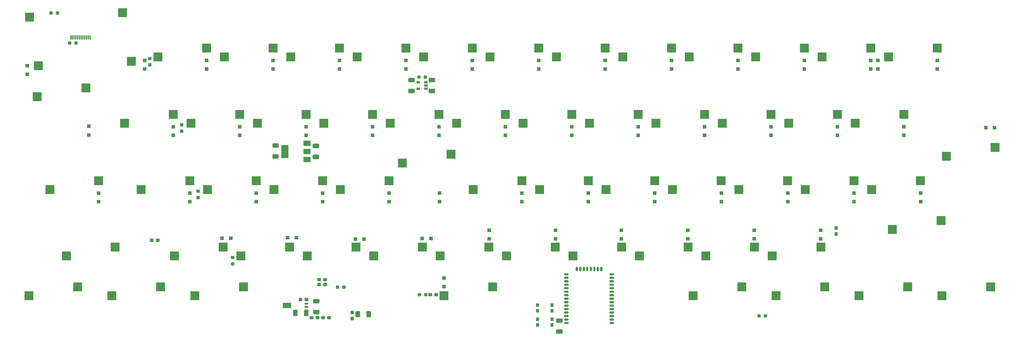
<source format=gbr>
%TF.GenerationSoftware,KiCad,Pcbnew,5.1.10*%
%TF.CreationDate,2021-07-28T13:13:53+02:00*%
%TF.ProjectId,msp430_Keyboard,6d737034-3330-45f4-9b65-79626f617264,rev?*%
%TF.SameCoordinates,Original*%
%TF.FileFunction,Paste,Bot*%
%TF.FilePolarity,Positive*%
%FSLAX46Y46*%
G04 Gerber Fmt 4.6, Leading zero omitted, Abs format (unit mm)*
G04 Created by KiCad (PCBNEW 5.1.10) date 2021-07-28 13:13:53*
%MOMM*%
%LPD*%
G01*
G04 APERTURE LIST*
%ADD10R,1.000000X1.000000*%
%ADD11R,0.300000X1.200000*%
%ADD12R,2.000000X1.500000*%
%ADD13R,2.000000X3.800000*%
%ADD14R,1.060000X0.650000*%
%ADD15R,2.400000X1.500000*%
%ADD16R,1.100000X0.600000*%
%ADD17R,0.900000X1.000000*%
%ADD18R,2.550000X2.500000*%
%ADD19R,2.500000X2.550000*%
G04 APERTURE END LIST*
%TO.C,R12*%
G36*
G01*
X108121000Y-73643500D02*
X108121000Y-73168500D01*
G75*
G02*
X108358500Y-72931000I237500J0D01*
G01*
X108858500Y-72931000D01*
G75*
G02*
X109096000Y-73168500I0J-237500D01*
G01*
X109096000Y-73643500D01*
G75*
G02*
X108858500Y-73881000I-237500J0D01*
G01*
X108358500Y-73881000D01*
G75*
G02*
X108121000Y-73643500I0J237500D01*
G01*
G37*
G36*
G01*
X106296000Y-73643500D02*
X106296000Y-73168500D01*
G75*
G02*
X106533500Y-72931000I237500J0D01*
G01*
X107033500Y-72931000D01*
G75*
G02*
X107271000Y-73168500I0J-237500D01*
G01*
X107271000Y-73643500D01*
G75*
G02*
X107033500Y-73881000I-237500J0D01*
G01*
X106533500Y-73881000D01*
G75*
G02*
X106296000Y-73643500I0J237500D01*
G01*
G37*
%TD*%
%TO.C,R8*%
G36*
G01*
X6941000Y-905500D02*
X6941000Y-1380500D01*
G75*
G02*
X6703500Y-1618000I-237500J0D01*
G01*
X6203500Y-1618000D01*
G75*
G02*
X5966000Y-1380500I0J237500D01*
G01*
X5966000Y-905500D01*
G75*
G02*
X6203500Y-668000I237500J0D01*
G01*
X6703500Y-668000D01*
G75*
G02*
X6941000Y-905500I0J-237500D01*
G01*
G37*
G36*
G01*
X8766000Y-905500D02*
X8766000Y-1380500D01*
G75*
G02*
X8528500Y-1618000I-237500J0D01*
G01*
X8028500Y-1618000D01*
G75*
G02*
X7791000Y-1380500I0J237500D01*
G01*
X7791000Y-905500D01*
G75*
G02*
X8028500Y-668000I237500J0D01*
G01*
X8528500Y-668000D01*
G75*
G02*
X8766000Y-905500I0J-237500D01*
G01*
G37*
%TD*%
%TO.C,R6*%
G36*
G01*
X1607000Y7730500D02*
X1607000Y7255500D01*
G75*
G02*
X1369500Y7018000I-237500J0D01*
G01*
X869500Y7018000D01*
G75*
G02*
X632000Y7255500I0J237500D01*
G01*
X632000Y7730500D01*
G75*
G02*
X869500Y7968000I237500J0D01*
G01*
X1369500Y7968000D01*
G75*
G02*
X1607000Y7730500I0J-237500D01*
G01*
G37*
G36*
G01*
X3432000Y7730500D02*
X3432000Y7255500D01*
G75*
G02*
X3194500Y7018000I-237500J0D01*
G01*
X2694500Y7018000D01*
G75*
G02*
X2457000Y7255500I0J237500D01*
G01*
X2457000Y7730500D01*
G75*
G02*
X2694500Y7968000I237500J0D01*
G01*
X3194500Y7968000D01*
G75*
G02*
X3432000Y7730500I0J-237500D01*
G01*
G37*
%TD*%
%TO.C,R5*%
G36*
G01*
X84626000Y-71484500D02*
X84626000Y-71009500D01*
G75*
G02*
X84863500Y-70772000I237500J0D01*
G01*
X85363500Y-70772000D01*
G75*
G02*
X85601000Y-71009500I0J-237500D01*
G01*
X85601000Y-71484500D01*
G75*
G02*
X85363500Y-71722000I-237500J0D01*
G01*
X84863500Y-71722000D01*
G75*
G02*
X84626000Y-71484500I0J237500D01*
G01*
G37*
G36*
G01*
X82801000Y-71484500D02*
X82801000Y-71009500D01*
G75*
G02*
X83038500Y-70772000I237500J0D01*
G01*
X83538500Y-70772000D01*
G75*
G02*
X83776000Y-71009500I0J-237500D01*
G01*
X83776000Y-71484500D01*
G75*
G02*
X83538500Y-71722000I-237500J0D01*
G01*
X83038500Y-71722000D01*
G75*
G02*
X82801000Y-71484500I0J237500D01*
G01*
G37*
%TD*%
%TO.C,R4*%
G36*
G01*
X53450500Y-63202000D02*
X52975500Y-63202000D01*
G75*
G02*
X52738000Y-62964500I0J237500D01*
G01*
X52738000Y-62464500D01*
G75*
G02*
X52975500Y-62227000I237500J0D01*
G01*
X53450500Y-62227000D01*
G75*
G02*
X53688000Y-62464500I0J-237500D01*
G01*
X53688000Y-62964500D01*
G75*
G02*
X53450500Y-63202000I-237500J0D01*
G01*
G37*
G36*
G01*
X53450500Y-65027000D02*
X52975500Y-65027000D01*
G75*
G02*
X52738000Y-64789500I0J237500D01*
G01*
X52738000Y-64289500D01*
G75*
G02*
X52975500Y-64052000I237500J0D01*
G01*
X53450500Y-64052000D01*
G75*
G02*
X53688000Y-64289500I0J-237500D01*
G01*
X53688000Y-64789500D01*
G75*
G02*
X53450500Y-65027000I-237500J0D01*
G01*
G37*
%TD*%
%TO.C,R3*%
G36*
G01*
X43544500Y-44152000D02*
X43069500Y-44152000D01*
G75*
G02*
X42832000Y-43914500I0J237500D01*
G01*
X42832000Y-43414500D01*
G75*
G02*
X43069500Y-43177000I237500J0D01*
G01*
X43544500Y-43177000D01*
G75*
G02*
X43782000Y-43414500I0J-237500D01*
G01*
X43782000Y-43914500D01*
G75*
G02*
X43544500Y-44152000I-237500J0D01*
G01*
G37*
G36*
G01*
X43544500Y-45977000D02*
X43069500Y-45977000D01*
G75*
G02*
X42832000Y-45739500I0J237500D01*
G01*
X42832000Y-45239500D01*
G75*
G02*
X43069500Y-45002000I237500J0D01*
G01*
X43544500Y-45002000D01*
G75*
G02*
X43782000Y-45239500I0J-237500D01*
G01*
X43782000Y-45739500D01*
G75*
G02*
X43544500Y-45977000I-237500J0D01*
G01*
G37*
%TD*%
%TO.C,R2*%
G36*
G01*
X38845500Y-25102000D02*
X38370500Y-25102000D01*
G75*
G02*
X38133000Y-24864500I0J237500D01*
G01*
X38133000Y-24364500D01*
G75*
G02*
X38370500Y-24127000I237500J0D01*
G01*
X38845500Y-24127000D01*
G75*
G02*
X39083000Y-24364500I0J-237500D01*
G01*
X39083000Y-24864500D01*
G75*
G02*
X38845500Y-25102000I-237500J0D01*
G01*
G37*
G36*
G01*
X38845500Y-26927000D02*
X38370500Y-26927000D01*
G75*
G02*
X38133000Y-26689500I0J237500D01*
G01*
X38133000Y-26189500D01*
G75*
G02*
X38370500Y-25952000I237500J0D01*
G01*
X38845500Y-25952000D01*
G75*
G02*
X39083000Y-26189500I0J-237500D01*
G01*
X39083000Y-26689500D01*
G75*
G02*
X38845500Y-26927000I-237500J0D01*
G01*
G37*
%TD*%
%TO.C,R1*%
G36*
G01*
X29701500Y-6052000D02*
X29226500Y-6052000D01*
G75*
G02*
X28989000Y-5814500I0J237500D01*
G01*
X28989000Y-5314500D01*
G75*
G02*
X29226500Y-5077000I237500J0D01*
G01*
X29701500Y-5077000D01*
G75*
G02*
X29939000Y-5314500I0J-237500D01*
G01*
X29939000Y-5814500D01*
G75*
G02*
X29701500Y-6052000I-237500J0D01*
G01*
G37*
G36*
G01*
X29701500Y-7877000D02*
X29226500Y-7877000D01*
G75*
G02*
X28989000Y-7639500I0J237500D01*
G01*
X28989000Y-7139500D01*
G75*
G02*
X29226500Y-6902000I237500J0D01*
G01*
X29701500Y-6902000D01*
G75*
G02*
X29939000Y-7139500I0J-237500D01*
G01*
X29939000Y-7639500D01*
G75*
G02*
X29701500Y-7877000I-237500J0D01*
G01*
G37*
%TD*%
%TO.C,C19*%
G36*
G01*
X111069000Y-73643500D02*
X111069000Y-73168500D01*
G75*
G02*
X111306500Y-72931000I237500J0D01*
G01*
X111906500Y-72931000D01*
G75*
G02*
X112144000Y-73168500I0J-237500D01*
G01*
X112144000Y-73643500D01*
G75*
G02*
X111906500Y-73881000I-237500J0D01*
G01*
X111306500Y-73881000D01*
G75*
G02*
X111069000Y-73643500I0J237500D01*
G01*
G37*
G36*
G01*
X109344000Y-73643500D02*
X109344000Y-73168500D01*
G75*
G02*
X109581500Y-72931000I237500J0D01*
G01*
X110181500Y-72931000D01*
G75*
G02*
X110419000Y-73168500I0J-237500D01*
G01*
X110419000Y-73643500D01*
G75*
G02*
X110181500Y-73881000I-237500J0D01*
G01*
X109581500Y-73881000D01*
G75*
G02*
X109344000Y-73643500I0J237500D01*
G01*
G37*
%TD*%
%TO.C,C5*%
G36*
G01*
X146288998Y-83323000D02*
X147589002Y-83323000D01*
G75*
G02*
X147839000Y-83572998I0J-249998D01*
G01*
X147839000Y-84398002D01*
G75*
G02*
X147589002Y-84648000I-249998J0D01*
G01*
X146288998Y-84648000D01*
G75*
G02*
X146039000Y-84398002I0J249998D01*
G01*
X146039000Y-83572998D01*
G75*
G02*
X146288998Y-83323000I249998J0D01*
G01*
G37*
G36*
G01*
X146288998Y-80198000D02*
X147589002Y-80198000D01*
G75*
G02*
X147839000Y-80447998I0J-249998D01*
G01*
X147839000Y-81273002D01*
G75*
G02*
X147589002Y-81523000I-249998J0D01*
G01*
X146288998Y-81523000D01*
G75*
G02*
X146039000Y-81273002I0J249998D01*
G01*
X146039000Y-80447998D01*
G75*
G02*
X146288998Y-80198000I249998J0D01*
G01*
G37*
%TD*%
%TO.C,C2*%
G36*
G01*
X226076500Y-55443000D02*
X226551500Y-55443000D01*
G75*
G02*
X226789000Y-55680500I0J-237500D01*
G01*
X226789000Y-56280500D01*
G75*
G02*
X226551500Y-56518000I-237500J0D01*
G01*
X226076500Y-56518000D01*
G75*
G02*
X225839000Y-56280500I0J237500D01*
G01*
X225839000Y-55680500D01*
G75*
G02*
X226076500Y-55443000I237500J0D01*
G01*
G37*
G36*
G01*
X226076500Y-53718000D02*
X226551500Y-53718000D01*
G75*
G02*
X226789000Y-53955500I0J-237500D01*
G01*
X226789000Y-54555500D01*
G75*
G02*
X226551500Y-54793000I-237500J0D01*
G01*
X226076500Y-54793000D01*
G75*
G02*
X225839000Y-54555500I0J237500D01*
G01*
X225839000Y-53955500D01*
G75*
G02*
X226076500Y-53718000I237500J0D01*
G01*
G37*
%TD*%
%TO.C,C1*%
G36*
G01*
X31186000Y-58022500D02*
X31186000Y-57547500D01*
G75*
G02*
X31423500Y-57310000I237500J0D01*
G01*
X32023500Y-57310000D01*
G75*
G02*
X32261000Y-57547500I0J-237500D01*
G01*
X32261000Y-58022500D01*
G75*
G02*
X32023500Y-58260000I-237500J0D01*
G01*
X31423500Y-58260000D01*
G75*
G02*
X31186000Y-58022500I0J237500D01*
G01*
G37*
G36*
G01*
X29461000Y-58022500D02*
X29461000Y-57547500D01*
G75*
G02*
X29698500Y-57310000I237500J0D01*
G01*
X30298500Y-57310000D01*
G75*
G02*
X30536000Y-57547500I0J-237500D01*
G01*
X30536000Y-58022500D01*
G75*
G02*
X30298500Y-58260000I-237500J0D01*
G01*
X29698500Y-58260000D01*
G75*
G02*
X29461000Y-58022500I0J237500D01*
G01*
G37*
%TD*%
D10*
%TO.C,D7*%
X50185000Y-57150000D03*
X52685000Y-57150000D03*
%TD*%
%TO.C,R11*%
G36*
G01*
X204680000Y-79264500D02*
X204680000Y-79739500D01*
G75*
G02*
X204442500Y-79977000I-237500J0D01*
G01*
X203942500Y-79977000D01*
G75*
G02*
X203705000Y-79739500I0J237500D01*
G01*
X203705000Y-79264500D01*
G75*
G02*
X203942500Y-79027000I237500J0D01*
G01*
X204442500Y-79027000D01*
G75*
G02*
X204680000Y-79264500I0J-237500D01*
G01*
G37*
G36*
G01*
X206505000Y-79264500D02*
X206505000Y-79739500D01*
G75*
G02*
X206267500Y-79977000I-237500J0D01*
G01*
X205767500Y-79977000D01*
G75*
G02*
X205530000Y-79739500I0J237500D01*
G01*
X205530000Y-79264500D01*
G75*
G02*
X205767500Y-79027000I237500J0D01*
G01*
X206267500Y-79027000D01*
G75*
G02*
X206505000Y-79264500I0J-237500D01*
G01*
G37*
%TD*%
%TO.C,C18*%
G36*
G01*
X78542000Y-70247500D02*
X78542000Y-70722500D01*
G75*
G02*
X78304500Y-70960000I-237500J0D01*
G01*
X77704500Y-70960000D01*
G75*
G02*
X77467000Y-70722500I0J237500D01*
G01*
X77467000Y-70247500D01*
G75*
G02*
X77704500Y-70010000I237500J0D01*
G01*
X78304500Y-70010000D01*
G75*
G02*
X78542000Y-70247500I0J-237500D01*
G01*
G37*
G36*
G01*
X80267000Y-70247500D02*
X80267000Y-70722500D01*
G75*
G02*
X80029500Y-70960000I-237500J0D01*
G01*
X79429500Y-70960000D01*
G75*
G02*
X79192000Y-70722500I0J237500D01*
G01*
X79192000Y-70247500D01*
G75*
G02*
X79429500Y-70010000I237500J0D01*
G01*
X80029500Y-70010000D01*
G75*
G02*
X80267000Y-70247500I0J-237500D01*
G01*
G37*
%TD*%
%TO.C,C17*%
G36*
G01*
X80335000Y-80247500D02*
X80335000Y-79772500D01*
G75*
G02*
X80572500Y-79535000I237500J0D01*
G01*
X81172500Y-79535000D01*
G75*
G02*
X81410000Y-79772500I0J-237500D01*
G01*
X81410000Y-80247500D01*
G75*
G02*
X81172500Y-80485000I-237500J0D01*
G01*
X80572500Y-80485000D01*
G75*
G02*
X80335000Y-80247500I0J237500D01*
G01*
G37*
G36*
G01*
X78610000Y-80247500D02*
X78610000Y-79772500D01*
G75*
G02*
X78847500Y-79535000I237500J0D01*
G01*
X79447500Y-79535000D01*
G75*
G02*
X79685000Y-79772500I0J-237500D01*
G01*
X79685000Y-80247500D01*
G75*
G02*
X79447500Y-80485000I-237500J0D01*
G01*
X78847500Y-80485000D01*
G75*
G02*
X78610000Y-80247500I0J237500D01*
G01*
G37*
%TD*%
%TO.C,C16*%
G36*
G01*
X91578000Y-79644002D02*
X91578000Y-78343998D01*
G75*
G02*
X91827998Y-78094000I249998J0D01*
G01*
X92653002Y-78094000D01*
G75*
G02*
X92903000Y-78343998I0J-249998D01*
G01*
X92903000Y-79644002D01*
G75*
G02*
X92653002Y-79894000I-249998J0D01*
G01*
X91827998Y-79894000D01*
G75*
G02*
X91578000Y-79644002I0J249998D01*
G01*
G37*
G36*
G01*
X88453000Y-79644002D02*
X88453000Y-78343998D01*
G75*
G02*
X88702998Y-78094000I249998J0D01*
G01*
X89528002Y-78094000D01*
G75*
G02*
X89778000Y-78343998I0J-249998D01*
G01*
X89778000Y-79644002D01*
G75*
G02*
X89528002Y-79894000I-249998J0D01*
G01*
X88702998Y-79894000D01*
G75*
G02*
X88453000Y-79644002I0J249998D01*
G01*
G37*
%TD*%
%TO.C,C15*%
G36*
G01*
X87265500Y-79700000D02*
X87740500Y-79700000D01*
G75*
G02*
X87978000Y-79937500I0J-237500D01*
G01*
X87978000Y-80537500D01*
G75*
G02*
X87740500Y-80775000I-237500J0D01*
G01*
X87265500Y-80775000D01*
G75*
G02*
X87028000Y-80537500I0J237500D01*
G01*
X87028000Y-79937500D01*
G75*
G02*
X87265500Y-79700000I237500J0D01*
G01*
G37*
G36*
G01*
X87265500Y-77975000D02*
X87740500Y-77975000D01*
G75*
G02*
X87978000Y-78212500I0J-237500D01*
G01*
X87978000Y-78812500D01*
G75*
G02*
X87740500Y-79050000I-237500J0D01*
G01*
X87265500Y-79050000D01*
G75*
G02*
X87028000Y-78812500I0J237500D01*
G01*
X87028000Y-78212500D01*
G75*
G02*
X87265500Y-77975000I237500J0D01*
G01*
G37*
%TD*%
%TO.C,C14*%
G36*
G01*
X71871000Y-77962998D02*
X71871000Y-79263002D01*
G75*
G02*
X71621002Y-79513000I-249998J0D01*
G01*
X70795998Y-79513000D01*
G75*
G02*
X70546000Y-79263002I0J249998D01*
G01*
X70546000Y-77962998D01*
G75*
G02*
X70795998Y-77713000I249998J0D01*
G01*
X71621002Y-77713000D01*
G75*
G02*
X71871000Y-77962998I0J-249998D01*
G01*
G37*
G36*
G01*
X74996000Y-77962998D02*
X74996000Y-79263002D01*
G75*
G02*
X74746002Y-79513000I-249998J0D01*
G01*
X73920998Y-79513000D01*
G75*
G02*
X73671000Y-79263002I0J249998D01*
G01*
X73671000Y-77962998D01*
G75*
G02*
X73920998Y-77713000I249998J0D01*
G01*
X74746002Y-77713000D01*
G75*
G02*
X74996000Y-77962998I0J-249998D01*
G01*
G37*
%TD*%
%TO.C,C13*%
G36*
G01*
X77033000Y-80247500D02*
X77033000Y-79772500D01*
G75*
G02*
X77270500Y-79535000I237500J0D01*
G01*
X77870500Y-79535000D01*
G75*
G02*
X78108000Y-79772500I0J-237500D01*
G01*
X78108000Y-80247500D01*
G75*
G02*
X77870500Y-80485000I-237500J0D01*
G01*
X77270500Y-80485000D01*
G75*
G02*
X77033000Y-80247500I0J237500D01*
G01*
G37*
G36*
G01*
X75308000Y-80247500D02*
X75308000Y-79772500D01*
G75*
G02*
X75545500Y-79535000I237500J0D01*
G01*
X76145500Y-79535000D01*
G75*
G02*
X76383000Y-79772500I0J-237500D01*
G01*
X76383000Y-80247500D01*
G75*
G02*
X76145500Y-80485000I-237500J0D01*
G01*
X75545500Y-80485000D01*
G75*
G02*
X75308000Y-80247500I0J237500D01*
G01*
G37*
%TD*%
%TO.C,C12*%
G36*
G01*
X76565998Y-77735000D02*
X77866002Y-77735000D01*
G75*
G02*
X78116000Y-77984998I0J-249998D01*
G01*
X78116000Y-78810002D01*
G75*
G02*
X77866002Y-79060000I-249998J0D01*
G01*
X76565998Y-79060000D01*
G75*
G02*
X76316000Y-78810002I0J249998D01*
G01*
X76316000Y-77984998D01*
G75*
G02*
X76565998Y-77735000I249998J0D01*
G01*
G37*
G36*
G01*
X76565998Y-74610000D02*
X77866002Y-74610000D01*
G75*
G02*
X78116000Y-74859998I0J-249998D01*
G01*
X78116000Y-75685002D01*
G75*
G02*
X77866002Y-75935000I-249998J0D01*
G01*
X76565998Y-75935000D01*
G75*
G02*
X76316000Y-75685002I0J249998D01*
G01*
X76316000Y-74859998D01*
G75*
G02*
X76565998Y-74610000I249998J0D01*
G01*
G37*
%TD*%
%TO.C,C11*%
G36*
G01*
X73208000Y-74565500D02*
X73208000Y-75040500D01*
G75*
G02*
X72970500Y-75278000I-237500J0D01*
G01*
X72370500Y-75278000D01*
G75*
G02*
X72133000Y-75040500I0J237500D01*
G01*
X72133000Y-74565500D01*
G75*
G02*
X72370500Y-74328000I237500J0D01*
G01*
X72970500Y-74328000D01*
G75*
G02*
X73208000Y-74565500I0J-237500D01*
G01*
G37*
G36*
G01*
X74933000Y-74565500D02*
X74933000Y-75040500D01*
G75*
G02*
X74695500Y-75278000I-237500J0D01*
G01*
X74095500Y-75278000D01*
G75*
G02*
X73858000Y-75040500I0J237500D01*
G01*
X73858000Y-74565500D01*
G75*
G02*
X74095500Y-74328000I237500J0D01*
G01*
X74695500Y-74328000D01*
G75*
G02*
X74933000Y-74565500I0J-237500D01*
G01*
G37*
%TD*%
%TO.C,C10*%
G36*
G01*
X78542000Y-68850500D02*
X78542000Y-69325500D01*
G75*
G02*
X78304500Y-69563000I-237500J0D01*
G01*
X77704500Y-69563000D01*
G75*
G02*
X77467000Y-69325500I0J237500D01*
G01*
X77467000Y-68850500D01*
G75*
G02*
X77704500Y-68613000I237500J0D01*
G01*
X78304500Y-68613000D01*
G75*
G02*
X78542000Y-68850500I0J-237500D01*
G01*
G37*
G36*
G01*
X80267000Y-68850500D02*
X80267000Y-69325500D01*
G75*
G02*
X80029500Y-69563000I-237500J0D01*
G01*
X79429500Y-69563000D01*
G75*
G02*
X79192000Y-69325500I0J237500D01*
G01*
X79192000Y-68850500D01*
G75*
G02*
X79429500Y-68613000I237500J0D01*
G01*
X80029500Y-68613000D01*
G75*
G02*
X80267000Y-68850500I0J-237500D01*
G01*
G37*
%TD*%
D11*
%TO.C,J2*%
X12275000Y455000D03*
X11775000Y455000D03*
X11275000Y455000D03*
X10775000Y455000D03*
X10275000Y455000D03*
X9775000Y455000D03*
X9275000Y455000D03*
X8775000Y455000D03*
X8275000Y455000D03*
X7775000Y455000D03*
X7275000Y455000D03*
X6775000Y455000D03*
%TD*%
D12*
%TO.C,U6*%
X74524000Y-29958000D03*
X74524000Y-34558000D03*
X74524000Y-32258000D03*
D13*
X68224000Y-32258000D03*
%TD*%
D14*
%TO.C,U5*%
X106469000Y-12385000D03*
X106469000Y-14285000D03*
X108669000Y-14285000D03*
X108669000Y-13335000D03*
X108669000Y-12385000D03*
%TD*%
%TO.C,R9*%
G36*
G01*
X107144000Y-10684500D02*
X107144000Y-11159500D01*
G75*
G02*
X106906500Y-11397000I-237500J0D01*
G01*
X106406500Y-11397000D01*
G75*
G02*
X106169000Y-11159500I0J237500D01*
G01*
X106169000Y-10684500D01*
G75*
G02*
X106406500Y-10447000I237500J0D01*
G01*
X106906500Y-10447000D01*
G75*
G02*
X107144000Y-10684500I0J-237500D01*
G01*
G37*
G36*
G01*
X108969000Y-10684500D02*
X108969000Y-11159500D01*
G75*
G02*
X108731500Y-11397000I-237500J0D01*
G01*
X108231500Y-11397000D01*
G75*
G02*
X107994000Y-11159500I0J237500D01*
G01*
X107994000Y-10684500D01*
G75*
G02*
X108231500Y-10447000I237500J0D01*
G01*
X108731500Y-10447000D01*
G75*
G02*
X108969000Y-10684500I0J-237500D01*
G01*
G37*
%TD*%
%TO.C,C9*%
G36*
G01*
X66182002Y-31231000D02*
X64881998Y-31231000D01*
G75*
G02*
X64632000Y-30981002I0J249998D01*
G01*
X64632000Y-30155998D01*
G75*
G02*
X64881998Y-29906000I249998J0D01*
G01*
X66182002Y-29906000D01*
G75*
G02*
X66432000Y-30155998I0J-249998D01*
G01*
X66432000Y-30981002D01*
G75*
G02*
X66182002Y-31231000I-249998J0D01*
G01*
G37*
G36*
G01*
X66182002Y-34356000D02*
X64881998Y-34356000D01*
G75*
G02*
X64632000Y-34106002I0J249998D01*
G01*
X64632000Y-33280998D01*
G75*
G02*
X64881998Y-33031000I249998J0D01*
G01*
X66182002Y-33031000D01*
G75*
G02*
X66432000Y-33280998I0J-249998D01*
G01*
X66432000Y-34106002D01*
G75*
G02*
X66182002Y-34356000I-249998J0D01*
G01*
G37*
%TD*%
%TO.C,C8*%
G36*
G01*
X77739002Y-31358000D02*
X76438998Y-31358000D01*
G75*
G02*
X76189000Y-31108002I0J249998D01*
G01*
X76189000Y-30282998D01*
G75*
G02*
X76438998Y-30033000I249998J0D01*
G01*
X77739002Y-30033000D01*
G75*
G02*
X77989000Y-30282998I0J-249998D01*
G01*
X77989000Y-31108002D01*
G75*
G02*
X77739002Y-31358000I-249998J0D01*
G01*
G37*
G36*
G01*
X77739002Y-34483000D02*
X76438998Y-34483000D01*
G75*
G02*
X76189000Y-34233002I0J249998D01*
G01*
X76189000Y-33407998D01*
G75*
G02*
X76438998Y-33158000I249998J0D01*
G01*
X77739002Y-33158000D01*
G75*
G02*
X77989000Y-33407998I0J-249998D01*
G01*
X77989000Y-34233002D01*
G75*
G02*
X77739002Y-34483000I-249998J0D01*
G01*
G37*
%TD*%
%TO.C,C7*%
G36*
G01*
X111013002Y-12435000D02*
X109712998Y-12435000D01*
G75*
G02*
X109463000Y-12185002I0J249998D01*
G01*
X109463000Y-11359998D01*
G75*
G02*
X109712998Y-11110000I249998J0D01*
G01*
X111013002Y-11110000D01*
G75*
G02*
X111263000Y-11359998I0J-249998D01*
G01*
X111263000Y-12185002D01*
G75*
G02*
X111013002Y-12435000I-249998J0D01*
G01*
G37*
G36*
G01*
X111013002Y-15560000D02*
X109712998Y-15560000D01*
G75*
G02*
X109463000Y-15310002I0J249998D01*
G01*
X109463000Y-14484998D01*
G75*
G02*
X109712998Y-14235000I249998J0D01*
G01*
X111013002Y-14235000D01*
G75*
G02*
X111263000Y-14484998I0J-249998D01*
G01*
X111263000Y-15310002D01*
G75*
G02*
X111013002Y-15560000I-249998J0D01*
G01*
G37*
%TD*%
%TO.C,C6*%
G36*
G01*
X105171002Y-12435000D02*
X103870998Y-12435000D01*
G75*
G02*
X103621000Y-12185002I0J249998D01*
G01*
X103621000Y-11359998D01*
G75*
G02*
X103870998Y-11110000I249998J0D01*
G01*
X105171002Y-11110000D01*
G75*
G02*
X105421000Y-11359998I0J-249998D01*
G01*
X105421000Y-12185002D01*
G75*
G02*
X105171002Y-12435000I-249998J0D01*
G01*
G37*
G36*
G01*
X105171002Y-15560000D02*
X103870998Y-15560000D01*
G75*
G02*
X103621000Y-15310002I0J249998D01*
G01*
X103621000Y-14484998D01*
G75*
G02*
X103870998Y-14235000I249998J0D01*
G01*
X105171002Y-14235000D01*
G75*
G02*
X105421000Y-14484998I0J-249998D01*
G01*
X105421000Y-15310002D01*
G75*
G02*
X105171002Y-15560000I-249998J0D01*
G01*
G37*
%TD*%
D10*
%TO.C,D53*%
X238252000Y-6116000D03*
X238252000Y-8616000D03*
%TD*%
D15*
%TO.C,Y2*%
X68772000Y-76454000D03*
D16*
X74372000Y-75954000D03*
X74372000Y-76954000D03*
%TD*%
%TO.C,U4*%
G36*
G01*
X162583000Y-81381250D02*
X162583000Y-81698750D01*
G75*
G02*
X162424250Y-81857500I-158750J0D01*
G01*
X161471750Y-81857500D01*
G75*
G02*
X161313000Y-81698750I0J158750D01*
G01*
X161313000Y-81381250D01*
G75*
G02*
X161471750Y-81222500I158750J0D01*
G01*
X162424250Y-81222500D01*
G75*
G02*
X162583000Y-81381250I0J-158750D01*
G01*
G37*
G36*
G01*
X162583000Y-80381250D02*
X162583000Y-80698750D01*
G75*
G02*
X162424250Y-80857500I-158750J0D01*
G01*
X161471750Y-80857500D01*
G75*
G02*
X161313000Y-80698750I0J158750D01*
G01*
X161313000Y-80381250D01*
G75*
G02*
X161471750Y-80222500I158750J0D01*
G01*
X162424250Y-80222500D01*
G75*
G02*
X162583000Y-80381250I0J-158750D01*
G01*
G37*
G36*
G01*
X162583000Y-79381250D02*
X162583000Y-79698750D01*
G75*
G02*
X162424250Y-79857500I-158750J0D01*
G01*
X161471750Y-79857500D01*
G75*
G02*
X161313000Y-79698750I0J158750D01*
G01*
X161313000Y-79381250D01*
G75*
G02*
X161471750Y-79222500I158750J0D01*
G01*
X162424250Y-79222500D01*
G75*
G02*
X162583000Y-79381250I0J-158750D01*
G01*
G37*
G36*
G01*
X162583000Y-78381250D02*
X162583000Y-78698750D01*
G75*
G02*
X162424250Y-78857500I-158750J0D01*
G01*
X161471750Y-78857500D01*
G75*
G02*
X161313000Y-78698750I0J158750D01*
G01*
X161313000Y-78381250D01*
G75*
G02*
X161471750Y-78222500I158750J0D01*
G01*
X162424250Y-78222500D01*
G75*
G02*
X162583000Y-78381250I0J-158750D01*
G01*
G37*
G36*
G01*
X162583000Y-77381250D02*
X162583000Y-77698750D01*
G75*
G02*
X162424250Y-77857500I-158750J0D01*
G01*
X161471750Y-77857500D01*
G75*
G02*
X161313000Y-77698750I0J158750D01*
G01*
X161313000Y-77381250D01*
G75*
G02*
X161471750Y-77222500I158750J0D01*
G01*
X162424250Y-77222500D01*
G75*
G02*
X162583000Y-77381250I0J-158750D01*
G01*
G37*
G36*
G01*
X162583000Y-76381250D02*
X162583000Y-76698750D01*
G75*
G02*
X162424250Y-76857500I-158750J0D01*
G01*
X161471750Y-76857500D01*
G75*
G02*
X161313000Y-76698750I0J158750D01*
G01*
X161313000Y-76381250D01*
G75*
G02*
X161471750Y-76222500I158750J0D01*
G01*
X162424250Y-76222500D01*
G75*
G02*
X162583000Y-76381250I0J-158750D01*
G01*
G37*
G36*
G01*
X162583000Y-75381250D02*
X162583000Y-75698750D01*
G75*
G02*
X162424250Y-75857500I-158750J0D01*
G01*
X161471750Y-75857500D01*
G75*
G02*
X161313000Y-75698750I0J158750D01*
G01*
X161313000Y-75381250D01*
G75*
G02*
X161471750Y-75222500I158750J0D01*
G01*
X162424250Y-75222500D01*
G75*
G02*
X162583000Y-75381250I0J-158750D01*
G01*
G37*
G36*
G01*
X162583000Y-74381250D02*
X162583000Y-74698750D01*
G75*
G02*
X162424250Y-74857500I-158750J0D01*
G01*
X161471750Y-74857500D01*
G75*
G02*
X161313000Y-74698750I0J158750D01*
G01*
X161313000Y-74381250D01*
G75*
G02*
X161471750Y-74222500I158750J0D01*
G01*
X162424250Y-74222500D01*
G75*
G02*
X162583000Y-74381250I0J-158750D01*
G01*
G37*
G36*
G01*
X162583000Y-73381250D02*
X162583000Y-73698750D01*
G75*
G02*
X162424250Y-73857500I-158750J0D01*
G01*
X161471750Y-73857500D01*
G75*
G02*
X161313000Y-73698750I0J158750D01*
G01*
X161313000Y-73381250D01*
G75*
G02*
X161471750Y-73222500I158750J0D01*
G01*
X162424250Y-73222500D01*
G75*
G02*
X162583000Y-73381250I0J-158750D01*
G01*
G37*
G36*
G01*
X162583000Y-72381250D02*
X162583000Y-72698750D01*
G75*
G02*
X162424250Y-72857500I-158750J0D01*
G01*
X161471750Y-72857500D01*
G75*
G02*
X161313000Y-72698750I0J158750D01*
G01*
X161313000Y-72381250D01*
G75*
G02*
X161471750Y-72222500I158750J0D01*
G01*
X162424250Y-72222500D01*
G75*
G02*
X162583000Y-72381250I0J-158750D01*
G01*
G37*
G36*
G01*
X162583000Y-71381250D02*
X162583000Y-71698750D01*
G75*
G02*
X162424250Y-71857500I-158750J0D01*
G01*
X161471750Y-71857500D01*
G75*
G02*
X161313000Y-71698750I0J158750D01*
G01*
X161313000Y-71381250D01*
G75*
G02*
X161471750Y-71222500I158750J0D01*
G01*
X162424250Y-71222500D01*
G75*
G02*
X162583000Y-71381250I0J-158750D01*
G01*
G37*
G36*
G01*
X162583000Y-70381250D02*
X162583000Y-70698750D01*
G75*
G02*
X162424250Y-70857500I-158750J0D01*
G01*
X161471750Y-70857500D01*
G75*
G02*
X161313000Y-70698750I0J158750D01*
G01*
X161313000Y-70381250D01*
G75*
G02*
X161471750Y-70222500I158750J0D01*
G01*
X162424250Y-70222500D01*
G75*
G02*
X162583000Y-70381250I0J-158750D01*
G01*
G37*
G36*
G01*
X162583000Y-69381250D02*
X162583000Y-69698750D01*
G75*
G02*
X162424250Y-69857500I-158750J0D01*
G01*
X161471750Y-69857500D01*
G75*
G02*
X161313000Y-69698750I0J158750D01*
G01*
X161313000Y-69381250D01*
G75*
G02*
X161471750Y-69222500I158750J0D01*
G01*
X162424250Y-69222500D01*
G75*
G02*
X162583000Y-69381250I0J-158750D01*
G01*
G37*
G36*
G01*
X162583000Y-68381250D02*
X162583000Y-68698750D01*
G75*
G02*
X162424250Y-68857500I-158750J0D01*
G01*
X161471750Y-68857500D01*
G75*
G02*
X161313000Y-68698750I0J158750D01*
G01*
X161313000Y-68381250D01*
G75*
G02*
X161471750Y-68222500I158750J0D01*
G01*
X162424250Y-68222500D01*
G75*
G02*
X162583000Y-68381250I0J-158750D01*
G01*
G37*
G36*
G01*
X162583000Y-67381250D02*
X162583000Y-67698750D01*
G75*
G02*
X162424250Y-67857500I-158750J0D01*
G01*
X161471750Y-67857500D01*
G75*
G02*
X161313000Y-67698750I0J158750D01*
G01*
X161313000Y-67381250D01*
G75*
G02*
X161471750Y-67222500I158750J0D01*
G01*
X162424250Y-67222500D01*
G75*
G02*
X162583000Y-67381250I0J-158750D01*
G01*
G37*
G36*
G01*
X158789250Y-65405000D02*
X159106750Y-65405000D01*
G75*
G02*
X159265500Y-65563750I0J-158750D01*
G01*
X159265500Y-66516250D01*
G75*
G02*
X159106750Y-66675000I-158750J0D01*
G01*
X158789250Y-66675000D01*
G75*
G02*
X158630500Y-66516250I0J158750D01*
G01*
X158630500Y-65563750D01*
G75*
G02*
X158789250Y-65405000I158750J0D01*
G01*
G37*
G36*
G01*
X157789250Y-65405000D02*
X158106750Y-65405000D01*
G75*
G02*
X158265500Y-65563750I0J-158750D01*
G01*
X158265500Y-66516250D01*
G75*
G02*
X158106750Y-66675000I-158750J0D01*
G01*
X157789250Y-66675000D01*
G75*
G02*
X157630500Y-66516250I0J158750D01*
G01*
X157630500Y-65563750D01*
G75*
G02*
X157789250Y-65405000I158750J0D01*
G01*
G37*
G36*
G01*
X156789250Y-65405000D02*
X157106750Y-65405000D01*
G75*
G02*
X157265500Y-65563750I0J-158750D01*
G01*
X157265500Y-66516250D01*
G75*
G02*
X157106750Y-66675000I-158750J0D01*
G01*
X156789250Y-66675000D01*
G75*
G02*
X156630500Y-66516250I0J158750D01*
G01*
X156630500Y-65563750D01*
G75*
G02*
X156789250Y-65405000I158750J0D01*
G01*
G37*
G36*
G01*
X155789250Y-65405000D02*
X156106750Y-65405000D01*
G75*
G02*
X156265500Y-65563750I0J-158750D01*
G01*
X156265500Y-66516250D01*
G75*
G02*
X156106750Y-66675000I-158750J0D01*
G01*
X155789250Y-66675000D01*
G75*
G02*
X155630500Y-66516250I0J158750D01*
G01*
X155630500Y-65563750D01*
G75*
G02*
X155789250Y-65405000I158750J0D01*
G01*
G37*
G36*
G01*
X154789250Y-65405000D02*
X155106750Y-65405000D01*
G75*
G02*
X155265500Y-65563750I0J-158750D01*
G01*
X155265500Y-66516250D01*
G75*
G02*
X155106750Y-66675000I-158750J0D01*
G01*
X154789250Y-66675000D01*
G75*
G02*
X154630500Y-66516250I0J158750D01*
G01*
X154630500Y-65563750D01*
G75*
G02*
X154789250Y-65405000I158750J0D01*
G01*
G37*
G36*
G01*
X153789250Y-65405000D02*
X154106750Y-65405000D01*
G75*
G02*
X154265500Y-65563750I0J-158750D01*
G01*
X154265500Y-66516250D01*
G75*
G02*
X154106750Y-66675000I-158750J0D01*
G01*
X153789250Y-66675000D01*
G75*
G02*
X153630500Y-66516250I0J158750D01*
G01*
X153630500Y-65563750D01*
G75*
G02*
X153789250Y-65405000I158750J0D01*
G01*
G37*
G36*
G01*
X152789250Y-65405000D02*
X153106750Y-65405000D01*
G75*
G02*
X153265500Y-65563750I0J-158750D01*
G01*
X153265500Y-66516250D01*
G75*
G02*
X153106750Y-66675000I-158750J0D01*
G01*
X152789250Y-66675000D01*
G75*
G02*
X152630500Y-66516250I0J158750D01*
G01*
X152630500Y-65563750D01*
G75*
G02*
X152789250Y-65405000I158750J0D01*
G01*
G37*
G36*
G01*
X151789250Y-65405000D02*
X152106750Y-65405000D01*
G75*
G02*
X152265500Y-65563750I0J-158750D01*
G01*
X152265500Y-66516250D01*
G75*
G02*
X152106750Y-66675000I-158750J0D01*
G01*
X151789250Y-66675000D01*
G75*
G02*
X151630500Y-66516250I0J158750D01*
G01*
X151630500Y-65563750D01*
G75*
G02*
X151789250Y-65405000I158750J0D01*
G01*
G37*
G36*
G01*
X148313000Y-67698750D02*
X148313000Y-67381250D01*
G75*
G02*
X148471750Y-67222500I158750J0D01*
G01*
X149424250Y-67222500D01*
G75*
G02*
X149583000Y-67381250I0J-158750D01*
G01*
X149583000Y-67698750D01*
G75*
G02*
X149424250Y-67857500I-158750J0D01*
G01*
X148471750Y-67857500D01*
G75*
G02*
X148313000Y-67698750I0J158750D01*
G01*
G37*
G36*
G01*
X148313000Y-68698750D02*
X148313000Y-68381250D01*
G75*
G02*
X148471750Y-68222500I158750J0D01*
G01*
X149424250Y-68222500D01*
G75*
G02*
X149583000Y-68381250I0J-158750D01*
G01*
X149583000Y-68698750D01*
G75*
G02*
X149424250Y-68857500I-158750J0D01*
G01*
X148471750Y-68857500D01*
G75*
G02*
X148313000Y-68698750I0J158750D01*
G01*
G37*
G36*
G01*
X148313000Y-69698750D02*
X148313000Y-69381250D01*
G75*
G02*
X148471750Y-69222500I158750J0D01*
G01*
X149424250Y-69222500D01*
G75*
G02*
X149583000Y-69381250I0J-158750D01*
G01*
X149583000Y-69698750D01*
G75*
G02*
X149424250Y-69857500I-158750J0D01*
G01*
X148471750Y-69857500D01*
G75*
G02*
X148313000Y-69698750I0J158750D01*
G01*
G37*
G36*
G01*
X148313000Y-70698750D02*
X148313000Y-70381250D01*
G75*
G02*
X148471750Y-70222500I158750J0D01*
G01*
X149424250Y-70222500D01*
G75*
G02*
X149583000Y-70381250I0J-158750D01*
G01*
X149583000Y-70698750D01*
G75*
G02*
X149424250Y-70857500I-158750J0D01*
G01*
X148471750Y-70857500D01*
G75*
G02*
X148313000Y-70698750I0J158750D01*
G01*
G37*
G36*
G01*
X148313000Y-71698750D02*
X148313000Y-71381250D01*
G75*
G02*
X148471750Y-71222500I158750J0D01*
G01*
X149424250Y-71222500D01*
G75*
G02*
X149583000Y-71381250I0J-158750D01*
G01*
X149583000Y-71698750D01*
G75*
G02*
X149424250Y-71857500I-158750J0D01*
G01*
X148471750Y-71857500D01*
G75*
G02*
X148313000Y-71698750I0J158750D01*
G01*
G37*
G36*
G01*
X148313000Y-72698750D02*
X148313000Y-72381250D01*
G75*
G02*
X148471750Y-72222500I158750J0D01*
G01*
X149424250Y-72222500D01*
G75*
G02*
X149583000Y-72381250I0J-158750D01*
G01*
X149583000Y-72698750D01*
G75*
G02*
X149424250Y-72857500I-158750J0D01*
G01*
X148471750Y-72857500D01*
G75*
G02*
X148313000Y-72698750I0J158750D01*
G01*
G37*
G36*
G01*
X148313000Y-73698750D02*
X148313000Y-73381250D01*
G75*
G02*
X148471750Y-73222500I158750J0D01*
G01*
X149424250Y-73222500D01*
G75*
G02*
X149583000Y-73381250I0J-158750D01*
G01*
X149583000Y-73698750D01*
G75*
G02*
X149424250Y-73857500I-158750J0D01*
G01*
X148471750Y-73857500D01*
G75*
G02*
X148313000Y-73698750I0J158750D01*
G01*
G37*
G36*
G01*
X148313000Y-74698750D02*
X148313000Y-74381250D01*
G75*
G02*
X148471750Y-74222500I158750J0D01*
G01*
X149424250Y-74222500D01*
G75*
G02*
X149583000Y-74381250I0J-158750D01*
G01*
X149583000Y-74698750D01*
G75*
G02*
X149424250Y-74857500I-158750J0D01*
G01*
X148471750Y-74857500D01*
G75*
G02*
X148313000Y-74698750I0J158750D01*
G01*
G37*
G36*
G01*
X148313000Y-75698750D02*
X148313000Y-75381250D01*
G75*
G02*
X148471750Y-75222500I158750J0D01*
G01*
X149424250Y-75222500D01*
G75*
G02*
X149583000Y-75381250I0J-158750D01*
G01*
X149583000Y-75698750D01*
G75*
G02*
X149424250Y-75857500I-158750J0D01*
G01*
X148471750Y-75857500D01*
G75*
G02*
X148313000Y-75698750I0J158750D01*
G01*
G37*
G36*
G01*
X148313000Y-76698750D02*
X148313000Y-76381250D01*
G75*
G02*
X148471750Y-76222500I158750J0D01*
G01*
X149424250Y-76222500D01*
G75*
G02*
X149583000Y-76381250I0J-158750D01*
G01*
X149583000Y-76698750D01*
G75*
G02*
X149424250Y-76857500I-158750J0D01*
G01*
X148471750Y-76857500D01*
G75*
G02*
X148313000Y-76698750I0J158750D01*
G01*
G37*
G36*
G01*
X148313000Y-77698750D02*
X148313000Y-77381250D01*
G75*
G02*
X148471750Y-77222500I158750J0D01*
G01*
X149424250Y-77222500D01*
G75*
G02*
X149583000Y-77381250I0J-158750D01*
G01*
X149583000Y-77698750D01*
G75*
G02*
X149424250Y-77857500I-158750J0D01*
G01*
X148471750Y-77857500D01*
G75*
G02*
X148313000Y-77698750I0J158750D01*
G01*
G37*
G36*
G01*
X148313000Y-78698750D02*
X148313000Y-78381250D01*
G75*
G02*
X148471750Y-78222500I158750J0D01*
G01*
X149424250Y-78222500D01*
G75*
G02*
X149583000Y-78381250I0J-158750D01*
G01*
X149583000Y-78698750D01*
G75*
G02*
X149424250Y-78857500I-158750J0D01*
G01*
X148471750Y-78857500D01*
G75*
G02*
X148313000Y-78698750I0J158750D01*
G01*
G37*
G36*
G01*
X148313000Y-79698750D02*
X148313000Y-79381250D01*
G75*
G02*
X148471750Y-79222500I158750J0D01*
G01*
X149424250Y-79222500D01*
G75*
G02*
X149583000Y-79381250I0J-158750D01*
G01*
X149583000Y-79698750D01*
G75*
G02*
X149424250Y-79857500I-158750J0D01*
G01*
X148471750Y-79857500D01*
G75*
G02*
X148313000Y-79698750I0J158750D01*
G01*
G37*
G36*
G01*
X148313000Y-80698750D02*
X148313000Y-80381250D01*
G75*
G02*
X148471750Y-80222500I158750J0D01*
G01*
X149424250Y-80222500D01*
G75*
G02*
X149583000Y-80381250I0J-158750D01*
G01*
X149583000Y-80698750D01*
G75*
G02*
X149424250Y-80857500I-158750J0D01*
G01*
X148471750Y-80857500D01*
G75*
G02*
X148313000Y-80698750I0J158750D01*
G01*
G37*
G36*
G01*
X148313000Y-81698750D02*
X148313000Y-81381250D01*
G75*
G02*
X148471750Y-81222500I158750J0D01*
G01*
X149424250Y-81222500D01*
G75*
G02*
X149583000Y-81381250I0J-158750D01*
G01*
X149583000Y-81698750D01*
G75*
G02*
X149424250Y-81857500I-158750J0D01*
G01*
X148471750Y-81857500D01*
G75*
G02*
X148313000Y-81698750I0J158750D01*
G01*
G37*
%TD*%
D17*
%TO.C,SW63*%
X144798000Y-76416000D03*
X144798000Y-78016000D03*
X140698000Y-76416000D03*
X140698000Y-78016000D03*
%TD*%
%TO.C,SW62*%
X144798000Y-80480000D03*
X144798000Y-82080000D03*
X140698000Y-80480000D03*
X140698000Y-82080000D03*
%TD*%
D18*
%TO.C,SW61*%
X256698750Y-73660000D03*
X270668750Y-71120000D03*
%TD*%
%TO.C,SW60*%
X209073750Y-73660000D03*
X223043750Y-71120000D03*
%TD*%
%TO.C,SW57*%
X185261250Y-73660000D03*
X199231250Y-71120000D03*
%TD*%
%TO.C,SW53*%
X242411250Y-54610000D03*
X256381250Y-52070000D03*
%TD*%
%TO.C,SW48*%
X232886250Y-73660000D03*
X246856250Y-71120000D03*
%TD*%
%TO.C,SW14*%
X18573750Y-73660000D03*
X32543750Y-71120000D03*
%TD*%
%TO.C,SW9*%
X42386250Y-73660000D03*
X56356250Y-71120000D03*
%TD*%
%TO.C,SW5*%
X19526250Y-59690000D03*
X5556250Y-62230000D03*
%TD*%
%TO.C,SW4*%
X-5238750Y-73660000D03*
X8731250Y-71120000D03*
%TD*%
D10*
%TO.C,D52*%
X271760000Y-25400000D03*
X269260000Y-25400000D03*
%TD*%
%TO.C,D51*%
X255270000Y-6116000D03*
X255270000Y-8616000D03*
%TD*%
%TO.C,D50*%
X250571000Y-44216000D03*
X250571000Y-46716000D03*
%TD*%
%TO.C,D49*%
X245745000Y-25166000D03*
X245745000Y-27666000D03*
%TD*%
%TO.C,D48*%
X236220000Y-6116000D03*
X236220000Y-8616000D03*
%TD*%
%TO.C,D47*%
X221869000Y-57384000D03*
X221869000Y-54884000D03*
%TD*%
%TO.C,D46*%
X231394000Y-44216000D03*
X231394000Y-46716000D03*
%TD*%
%TO.C,D45*%
X226695000Y-25166000D03*
X226695000Y-27666000D03*
%TD*%
%TO.C,D44*%
X217170000Y-6116000D03*
X217170000Y-8616000D03*
%TD*%
%TO.C,D43*%
X202819000Y-57384000D03*
X202819000Y-54884000D03*
%TD*%
%TO.C,D42*%
X212471000Y-44216000D03*
X212471000Y-46716000D03*
%TD*%
%TO.C,D41*%
X207645000Y-25166000D03*
X207645000Y-27666000D03*
%TD*%
%TO.C,D40*%
X198120000Y-6116000D03*
X198120000Y-8616000D03*
%TD*%
%TO.C,D39*%
X183769000Y-57384000D03*
X183769000Y-54884000D03*
%TD*%
%TO.C,D38*%
X193421000Y-44216000D03*
X193421000Y-46716000D03*
%TD*%
%TO.C,D37*%
X188595000Y-25166000D03*
X188595000Y-27666000D03*
%TD*%
%TO.C,D36*%
X179070000Y-6116000D03*
X179070000Y-8616000D03*
%TD*%
%TO.C,D35*%
X164719000Y-57384000D03*
X164719000Y-54884000D03*
%TD*%
%TO.C,D34*%
X174244000Y-44216000D03*
X174244000Y-46716000D03*
%TD*%
%TO.C,D33*%
X169545000Y-25166000D03*
X169545000Y-27666000D03*
%TD*%
%TO.C,D32*%
X160020000Y-6116000D03*
X160020000Y-8616000D03*
%TD*%
%TO.C,D31*%
X145796000Y-57384000D03*
X145796000Y-54884000D03*
%TD*%
%TO.C,D30*%
X155194000Y-44216000D03*
X155194000Y-46716000D03*
%TD*%
%TO.C,D29*%
X150495000Y-25166000D03*
X150495000Y-27666000D03*
%TD*%
%TO.C,D28*%
X140970000Y-6116000D03*
X140970000Y-8616000D03*
%TD*%
%TO.C,D27*%
X126746000Y-57384000D03*
X126746000Y-54884000D03*
%TD*%
%TO.C,D26*%
X136144000Y-44216000D03*
X136144000Y-46716000D03*
%TD*%
%TO.C,D25*%
X131445000Y-25166000D03*
X131445000Y-27666000D03*
%TD*%
%TO.C,D24*%
X121920000Y-6116000D03*
X121920000Y-8616000D03*
%TD*%
%TO.C,D23*%
X113792000Y-71100000D03*
X113792000Y-68600000D03*
%TD*%
%TO.C,D22*%
X112522000Y-44216000D03*
X112522000Y-46716000D03*
%TD*%
%TO.C,D21*%
X112395000Y-25166000D03*
X112395000Y-27666000D03*
%TD*%
%TO.C,D20*%
X102870000Y-6116000D03*
X102870000Y-8616000D03*
%TD*%
%TO.C,D19*%
X110089000Y-57277000D03*
X107589000Y-57277000D03*
%TD*%
%TO.C,D18*%
X98044000Y-44216000D03*
X98044000Y-46716000D03*
%TD*%
%TO.C,D17*%
X93345000Y-25166000D03*
X93345000Y-27666000D03*
%TD*%
%TO.C,D16*%
X83820000Y-6116000D03*
X83820000Y-8616000D03*
%TD*%
%TO.C,D15*%
X90912000Y-57404000D03*
X88412000Y-57404000D03*
%TD*%
%TO.C,D14*%
X78994000Y-44216000D03*
X78994000Y-46716000D03*
%TD*%
%TO.C,D13*%
X74295000Y-25166000D03*
X74295000Y-27666000D03*
%TD*%
%TO.C,D12*%
X64770000Y-6116000D03*
X64770000Y-8616000D03*
%TD*%
%TO.C,D11*%
X71481000Y-57023000D03*
X68981000Y-57023000D03*
%TD*%
%TO.C,D10*%
X59944000Y-44216000D03*
X59944000Y-46716000D03*
%TD*%
%TO.C,D9*%
X55245000Y-25166000D03*
X55245000Y-27666000D03*
%TD*%
%TO.C,D8*%
X45720000Y-6116000D03*
X45720000Y-8616000D03*
%TD*%
%TO.C,D6*%
X40894000Y-44216000D03*
X40894000Y-46716000D03*
%TD*%
%TO.C,D5*%
X36195000Y-25166000D03*
X36195000Y-27666000D03*
%TD*%
%TO.C,D4*%
X27940000Y-6116000D03*
X27940000Y-8616000D03*
%TD*%
%TO.C,D3*%
X14732000Y-44216000D03*
X14732000Y-46716000D03*
%TD*%
%TO.C,D2*%
X11938000Y-25039000D03*
X11938000Y-27539000D03*
%TD*%
%TO.C,D1*%
X-5715000Y-7640000D03*
X-5715000Y-10140000D03*
%TD*%
D18*
%TO.C,SW59*%
X271938750Y-31115000D03*
X257968750Y-33655000D03*
%TD*%
%TO.C,SW58*%
X255270000Y-2540000D03*
X241300000Y-5080000D03*
%TD*%
%TO.C,SW56*%
X250507500Y-40640000D03*
X236537500Y-43180000D03*
%TD*%
%TO.C,SW55*%
X245745000Y-21590000D03*
X231775000Y-24130000D03*
%TD*%
%TO.C,SW54*%
X236220000Y-2540000D03*
X222250000Y-5080000D03*
%TD*%
%TO.C,SW52*%
X221932500Y-59690000D03*
X207962500Y-62230000D03*
%TD*%
%TO.C,SW51*%
X231457500Y-40640000D03*
X217487500Y-43180000D03*
%TD*%
%TO.C,SW50*%
X226695000Y-21590000D03*
X212725000Y-24130000D03*
%TD*%
%TO.C,SW49*%
X217170000Y-2540000D03*
X203200000Y-5080000D03*
%TD*%
%TO.C,SW47*%
X202882500Y-59690000D03*
X188912500Y-62230000D03*
%TD*%
%TO.C,SW46*%
X212407500Y-40640000D03*
X198437500Y-43180000D03*
%TD*%
%TO.C,SW45*%
X207645000Y-21590000D03*
X193675000Y-24130000D03*
%TD*%
%TO.C,SW44*%
X198120000Y-2540000D03*
X184150000Y-5080000D03*
%TD*%
%TO.C,SW43*%
X183832500Y-59690000D03*
X169862500Y-62230000D03*
%TD*%
%TO.C,SW42*%
X193357500Y-40640000D03*
X179387500Y-43180000D03*
%TD*%
%TO.C,SW41*%
X188595000Y-21590000D03*
X174625000Y-24130000D03*
%TD*%
%TO.C,SW40*%
X179070000Y-2540000D03*
X165100000Y-5080000D03*
%TD*%
%TO.C,SW39*%
X164782500Y-59690000D03*
X150812500Y-62230000D03*
%TD*%
%TO.C,SW38*%
X174307500Y-40640000D03*
X160337500Y-43180000D03*
%TD*%
%TO.C,SW37*%
X169545000Y-21590000D03*
X155575000Y-24130000D03*
%TD*%
%TO.C,SW36*%
X160020000Y-2540000D03*
X146050000Y-5080000D03*
%TD*%
%TO.C,SW35*%
X145732500Y-59690000D03*
X131762500Y-62230000D03*
%TD*%
%TO.C,SW34*%
X155257500Y-40640000D03*
X141287500Y-43180000D03*
%TD*%
%TO.C,SW33*%
X150495000Y-21590000D03*
X136525000Y-24130000D03*
%TD*%
%TO.C,SW32*%
X140970000Y-2540000D03*
X127000000Y-5080000D03*
%TD*%
%TO.C,SW31*%
X113823750Y-73660000D03*
X127793750Y-71120000D03*
%TD*%
%TO.C,SW30*%
X126682500Y-59690000D03*
X112712500Y-62230000D03*
%TD*%
%TO.C,SW29*%
X136207500Y-40640000D03*
X122237500Y-43180000D03*
%TD*%
%TO.C,SW28*%
X131445000Y-21590000D03*
X117475000Y-24130000D03*
%TD*%
%TO.C,SW27*%
X121920000Y-2540000D03*
X107950000Y-5080000D03*
%TD*%
%TO.C,SW26*%
X107632500Y-59690000D03*
X93662500Y-62230000D03*
%TD*%
%TO.C,SW25*%
X101917500Y-35560000D03*
X115887500Y-33020000D03*
%TD*%
%TO.C,SW24*%
X112395000Y-21590000D03*
X98425000Y-24130000D03*
%TD*%
%TO.C,SW23*%
X102870000Y-2540000D03*
X88900000Y-5080000D03*
%TD*%
%TO.C,SW22*%
X88582500Y-59690000D03*
X74612500Y-62230000D03*
%TD*%
%TO.C,SW21*%
X98107500Y-40640000D03*
X84137500Y-43180000D03*
%TD*%
%TO.C,SW20*%
X93345000Y-21590000D03*
X79375000Y-24130000D03*
%TD*%
%TO.C,SW19*%
X83820000Y-2540000D03*
X69850000Y-5080000D03*
%TD*%
%TO.C,SW18*%
X69532500Y-59690000D03*
X55562500Y-62230000D03*
%TD*%
%TO.C,SW17*%
X79057500Y-40640000D03*
X65087500Y-43180000D03*
%TD*%
%TO.C,SW16*%
X74295000Y-21590000D03*
X60325000Y-24130000D03*
%TD*%
%TO.C,SW15*%
X64770000Y-2540000D03*
X50800000Y-5080000D03*
%TD*%
%TO.C,SW13*%
X50482500Y-59690000D03*
X36512500Y-62230000D03*
%TD*%
%TO.C,SW12*%
X60007500Y-40640000D03*
X46037500Y-43180000D03*
%TD*%
%TO.C,SW11*%
X55245000Y-21590000D03*
X41275000Y-24130000D03*
%TD*%
%TO.C,SW10*%
X45720000Y-2540000D03*
X31750000Y-5080000D03*
%TD*%
%TO.C,SW8*%
X40957500Y-40640000D03*
X26987500Y-43180000D03*
%TD*%
%TO.C,SW7*%
X36195000Y-21590000D03*
X22225000Y-24130000D03*
%TD*%
D19*
%TO.C,SW6*%
X21590000Y7620000D03*
X24130000Y-6350000D03*
%TD*%
D18*
%TO.C,SW3*%
X14763750Y-40640000D03*
X793750Y-43180000D03*
%TD*%
%TO.C,SW2*%
X-2857500Y-16510000D03*
X11112500Y-13970000D03*
%TD*%
D19*
%TO.C,SW1*%
X-2540000Y-7620000D03*
X-5080000Y6350000D03*
%TD*%
M02*

</source>
